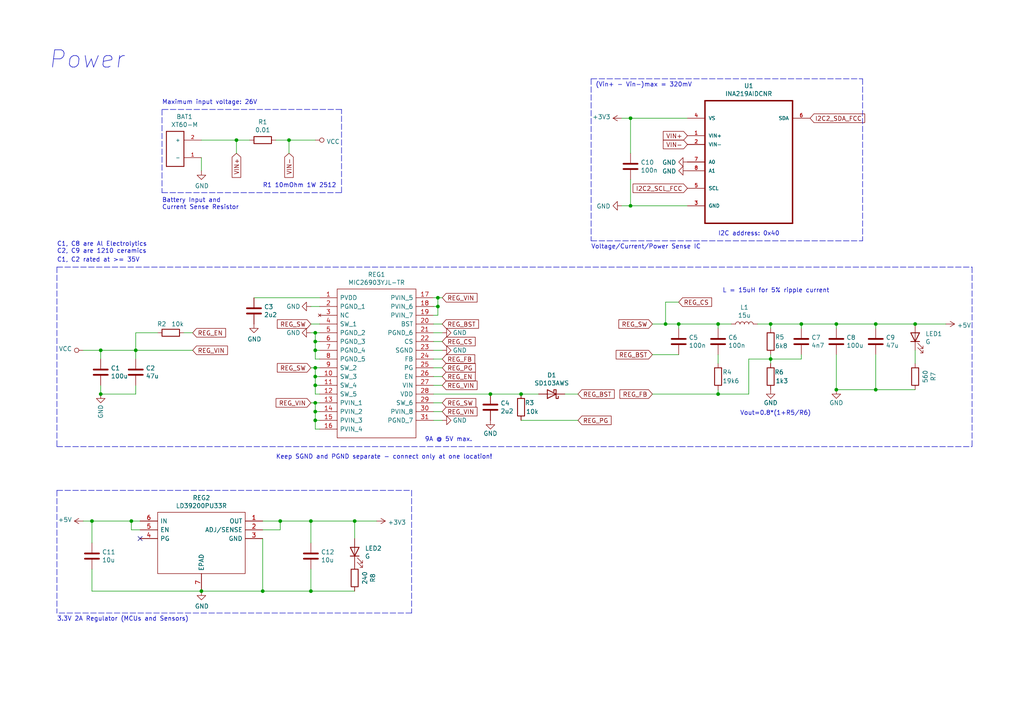
<source format=kicad_sch>
(kicad_sch (version 20231120) (generator "eeschema") (generator_version "8.0")
  (paper "A4")
  (title_block (title "Power") (date "2019-10-27") (rev "0.1") (company "Philip M. Salmony"))
  (lib_symbols
    (symbol "Device:C" (pin_numbers hide) (pin_names (offset 0.254))
      (property "Reference" "C" (at 0.635 2.54 0))
      (property "Value" "C" (at 0.635 -2.54 0))
      (symbol "C_0_1"
        (polyline (pts (xy -2.032 -0.762) (xy 2.032 -0.762)) (stroke (width 0.508)))
        (polyline (pts (xy -2.032 0.762) (xy 2.032 0.762)) (stroke (width 0.508)))
      )
      (symbol "C_1_1"
        (pin passive line (at 0 3.81 270) (length 2.794) (name "~") (number "1"))
        (pin passive line (at 0 -3.81 90) (length 2.794) (name "~") (number "2"))
      )
    )
    (symbol "Device:D_Schottky" (pin_numbers hide) (pin_names (offset 1.016) hide)
      (property "Reference" "D" (at 0 2.54 0))
      (property "Value" "D_Schottky" (at 0 -2.54 0))
      (symbol "D_Schottky_0_1"
        (polyline (pts (xy 1.27 0) (xy -1.27 0)))
        (polyline (pts (xy 1.27 1.27) (xy 1.27 -1.27) (xy -1.27 0) (xy 1.27 1.27)) (stroke (width 0.254)))
        (polyline (pts (xy -1.905 0.635) (xy -1.905 1.27) (xy -1.27 1.27) (xy -1.27 -1.27) (xy -0.635 -1.27) (xy -0.635 -0.635)) (stroke (width 0.254)))
      )
      (symbol "D_Schottky_1_1"
        (pin passive line (at -3.81 0 0) (length 2.54) (name "K") (number "1"))
        (pin passive line (at 3.81 0 180) (length 2.54) (name "A") (number "2"))
      )
    )
    (symbol "Device:L" (pin_numbers hide) (pin_names (offset 1.016) hide)
      (property "Reference" "L" (at -1.27 0 90))
      (property "Value" "L" (at 1.905 0 90))
      (symbol "L_0_1"
        (arc (start 0 -2.54) (mid 0.6323 -1.905) (end 0 -1.27))
        (arc (start 0 -1.27) (mid 0.6323 -0.635) (end 0 0))
        (arc (start 0 0) (mid 0.6323 0.635) (end 0 1.27))
        (arc (start 0 1.27) (mid 0.6323 1.905) (end 0 2.54))
      )
      (symbol "L_1_1"
        (pin passive line (at 0 3.81 270) (length 1.27) (name "1") (number "1"))
        (pin passive line (at 0 -3.81 90) (length 1.27) (name "2") (number "2"))
      )
    )
    (symbol "Device:LED" (pin_numbers hide) (pin_names (offset 1.016) hide)
      (property "Reference" "D" (at 0 2.54 0))
      (property "Value" "LED" (at 0 -2.54 0))
      (symbol "LED_0_1"
        (polyline (pts (xy -1.27 -1.27) (xy -1.27 1.27)) (stroke (width 0.254)))
        (polyline (pts (xy -1.27 0) (xy 1.27 0)))
        (polyline (pts (xy 1.27 -1.27) (xy 1.27 1.27) (xy -1.27 0) (xy 1.27 -1.27)) (stroke (width 0.254)))
        (polyline (pts (xy -3.048 -0.762) (xy -4.572 -2.286) (xy -3.81 -2.286) (xy -4.572 -2.286) (xy -4.572 -1.524)))
        (polyline (pts (xy -1.778 -0.762) (xy -3.302 -2.286) (xy -2.54 -2.286) (xy -3.302 -2.286) (xy -3.302 -1.524)))
      )
      (symbol "LED_1_1"
        (pin passive line (at -3.81 0 0) (length 2.54) (name "K") (number "1"))
        (pin passive line (at 3.81 0 180) (length 2.54) (name "A") (number "2"))
      )
    )
    (symbol "Device:R" (pin_numbers hide) (pin_names (offset 0))
      (property "Reference" "R" (at 2.032 0 90))
      (property "Value" "R" (at 0 0 90))
      (symbol "R_0_1"
        (rectangle (start -1.016 -2.54) (end 1.016 2.54) (stroke (width 0.254)))
      )
      (symbol "R_1_1"
        (pin passive line (at 0 3.81 270) (length 1.27) (name "~") (number "1"))
        (pin passive line (at 0 -3.81 90) (length 1.27) (name "~") (number "2"))
      )
    )
    (symbol "Hades-rescue:+3.3V-power" (power) (pin_names (offset 0))
      (property "Value" "power:+3.3V" (at 0 3.556 0))
      (symbol "+3.3V-power_0_1"
        (polyline (pts (xy -0.762 1.27) (xy 0 2.54)))
        (polyline (pts (xy 0 0) (xy 0 2.54)))
        (polyline (pts (xy 0 2.54) (xy 0.762 1.27)))
      )
      (symbol "+3.3V-power_1_1"
        (pin power_in line (at 0 0 90) (length 0) hide (name "+3V3") (number "1"))
      )
    )
    (symbol "Hades-rescue:+5V-power" (power) (pin_names (offset 0))
      (property "Value" "power:+5V" (at 0 3.556 0))
      (symbol "+5V-power_0_1"
        (polyline (pts (xy -0.762 1.27) (xy 0 2.54)))
        (polyline (pts (xy 0 0) (xy 0 2.54)))
        (polyline (pts (xy 0 2.54) (xy 0.762 1.27)))
      )
      (symbol "+5V-power_1_1"
        (pin power_in line (at 0 0 90) (length 0) hide (name "+5V") (number "1"))
      )
    )
    (symbol "Hades-rescue:GND-power" (power) (pin_names (offset 0))
      (property "Value" "power:GND" (at 0 -3.81 0))
      (symbol "GND-power_0_1"
        (polyline (pts (xy 0 0) (xy 0 -1.27) (xy 1.27 -1.27) (xy 0 -2.54) (xy -1.27 -1.27) (xy 0 -1.27)))
      )
      (symbol "GND-power_1_1"
        (pin power_in line (at 0 0 270) (length 0) hide (name "GND") (number "1"))
      )
    )
    (symbol "Hades-rescue:VCC-power" (power) (pin_names (offset 0))
      (property "Value" "power:VCC" (at 0 3.81 0))
      (symbol "VCC-power_0_1"
        (polyline (pts (xy 0 0) (xy 0 1.27)))
        (circle (center 0 1.905) (radius 0.635))
      )
      (symbol "VCC-power_1_1"
        (pin power_in line (at 0 0 90) (length 0) hide (name "VCC") (number "1"))
      )
    )
    (symbol "INA219AIDCNR:INA219AIDCNR" (pin_names (offset 1.016))
      (property "Reference" "U" (at -5.3594 19.304 0))
      (property "Value" "INA219AIDCNR" (at -4.7244 -25.8064 0))
      (symbol "INA219AIDCNR_0_0"
        (polyline (pts (xy -12.7 -20.32) (xy 12.7 -20.32)) (stroke (width 0.4064)))
        (polyline (pts (xy -12.7 15.24) (xy -12.7 -20.32)) (stroke (width 0.4064)))
        (polyline (pts (xy 12.7 -20.32) (xy 12.7 15.24)) (stroke (width 0.4064)))
        (polyline (pts (xy 12.7 15.24) (xy -12.7 15.24)) (stroke (width 0.4064)))
        (pin input line (at -17.78 5.08 0) (length 5.08) (name "VIN+") (number "1"))
        (pin input line (at -17.78 2.54 0) (length 5.08) (name "VIN-") (number "2"))
        (pin passive line (at -17.78 -15.24 0) (length 5.08) (name "GND") (number "3"))
        (pin power_in line (at -17.78 10.16 0) (length 5.08) (name "VS") (number "4"))
        (pin input line (at -17.78 -10.16 0) (length 5.08) (name "SCL") (number "5"))
        (pin bidirectional line (at 17.78 10.16 180) (length 5.08) (name "SDA") (number "6"))
        (pin input line (at -17.78 -2.54 0) (length 5.08) (name "A0") (number "7"))
        (pin input line (at -17.78 -5.08 0) (length 5.08) (name "A1") (number "8"))
      )
    )
    (symbol "LD39200PU33R:LD39200PU33R" (pin_names (offset 0.762))
      (property "Reference" "IC" (at 31.75 7.62 0))
      (property "Value" "LD39200PU33R" (at 31.75 5.08 0))
      (symbol "LD39200PU33R_0_0"
        (pin unspecified line (at 0 0 0) (length 5.08) (name "OUT") (number "1"))
        (pin unspecified line (at 0 -2.54 0) (length 5.08) (name "ADJ/SENSE") (number "2"))
        (pin unspecified line (at 0 -5.08 0) (length 5.08) (name "GND") (number "3"))
        (pin unspecified line (at 35.56 -5.08 180) (length 5.08) (name "PG") (number "4"))
        (pin unspecified line (at 35.56 -2.54 180) (length 5.08) (name "EN") (number "5"))
        (pin unspecified line (at 35.56 0 180) (length 5.08) (name "IN") (number "6"))
        (pin unspecified line (at 17.78 -20.32 90) (length 5.08) (name "EPAD") (number "7"))
      )
      (symbol "LD39200PU33R_0_1"
        (polyline (pts (xy 5.08 2.54) (xy 30.48 2.54) (xy 30.48 -15.24) (xy 5.08 -15.24) (xy 5.08 2.54)) (stroke (width 0.1524)))
      )
    )
    (symbol "MIC26903YJL-TR:MIC26903YJL-TR" (pin_names (offset 0.762))
      (property "Reference" "IC" (at 29.21 7.62 0))
      (property "Value" "MIC26903YJL-TR" (at 29.21 5.08 0))
      (symbol "MIC26903YJL-TR_0_0"
        (pin unspecified line (at 0 0 0) (length 5.08) (name "PVDD") (number "1"))
        (pin unspecified line (at 0 -22.86 0) (length 5.08) (name "SW_3") (number "10"))
        (pin unspecified line (at 0 -25.4 0) (length 5.08) (name "SW_4") (number "11"))
        (pin unspecified line (at 0 -27.94 0) (length 5.08) (name "SW_5") (number "12"))
        (pin unspecified line (at 0 -30.48 0) (length 5.08) (name "PVIN_1") (number "13"))
        (pin unspecified line (at 0 -33.02 0) (length 5.08) (name "PVIN_2") (number "14"))
        (pin unspecified line (at 0 -35.56 0) (length 5.08) (name "PVIN_3") (number "15"))
        (pin unspecified line (at 0 -38.1 0) (length 5.08) (name "PVIN_4") (number "16"))
        (pin unspecified line (at 33.02 0 180) (length 5.08) (name "PVIN_5") (number "17"))
        (pin unspecified line (at 33.02 -2.54 180) (length 5.08) (name "PVIN_6") (number "18"))
        (pin unspecified line (at 33.02 -5.08 180) (length 5.08) (name "PVIN_7") (number "19"))
        (pin unspecified line (at 0 -2.54 0) (length 5.08) (name "PGND_1") (number "2"))
        (pin unspecified line (at 33.02 -7.62 180) (length 5.08) (name "BST") (number "20"))
        (pin unspecified line (at 33.02 -10.16 180) (length 5.08) (name "PGND_6") (number "21"))
        (pin unspecified line (at 33.02 -12.7 180) (length 5.08) (name "CS") (number "22"))
        (pin unspecified line (at 33.02 -15.24 180) (length 5.08) (name "SGND") (number "23"))
        (pin unspecified line (at 33.02 -17.78 180) (length 5.08) (name "FB") (number "24"))
        (pin unspecified line (at 33.02 -20.32 180) (length 5.08) (name "PG") (number "25"))
        (pin unspecified line (at 33.02 -22.86 180) (length 5.08) (name "EN") (number "26"))
        (pin unspecified line (at 33.02 -25.4 180) (length 5.08) (name "VIN") (number "27"))
        (pin unspecified line (at 33.02 -27.94 180) (length 5.08) (name "VDD") (number "28"))
        (pin unspecified line (at 33.02 -30.48 180) (length 5.08) (name "SW_6") (number "29"))
        (pin no_connect line (at 0 -5.08 0) (length 5.08) (name "NC") (number "3"))
        (pin unspecified line (at 33.02 -33.02 180) (length 5.08) (name "PVIN_8") (number "30"))
        (pin unspecified line (at 33.02 -35.56 180) (length 5.08) (name "PGND_7") (number "31"))
        (pin unspecified line (at 0 -7.62 0) (length 5.08) (name "SW_1") (number "4"))
        (pin unspecified line (at 0 -10.16 0) (length 5.08) (name "PGND_2") (number "5"))
        (pin unspecified line (at 0 -12.7 0) (length 5.08) (name "PGND_3") (number "6"))
        (pin unspecified line (at 0 -15.24 0) (length 5.08) (name "PGND_4") (number "7"))
        (pin unspecified line (at 0 -17.78 0) (length 5.08) (name "PGND_5") (number "8"))
        (pin unspecified line (at 0 -20.32 0) (length 5.08) (name "SW_2") (number "9"))
      )
      (symbol "MIC26903YJL-TR_0_1"
        (polyline (pts (xy 5.08 2.54) (xy 27.94 2.54) (xy 27.94 -40.64) (xy 5.08 -40.64) (xy 5.08 2.54)) (stroke (width 0.1524)))
      )
    )
    (symbol "XT60-M:XT60-M" (pin_names (offset 1.016))
      (property "Reference" "J" (at -2.54 5.715 0))
      (property "Value" "XT60-M" (at -2.794 -6.35 0))
      (symbol "XT60-M_0_0"
        (polyline (pts (xy -2.54 -5.08) (xy -2.54 5.08)) (stroke (width 0.254)))
        (polyline (pts (xy -2.54 5.08) (xy 2.54 5.08)) (stroke (width 0.254)))
        (polyline (pts (xy 2.54 -5.08) (xy -2.54 -5.08)) (stroke (width 0.254)))
        (polyline (pts (xy 2.54 5.08) (xy 2.54 -5.08)) (stroke (width 0.254)))
        (pin passive line (at -7.62 2.54 0) (length 5.08) (name "-") (number "1"))
        (pin passive line (at -7.62 -2.54 0) (length 5.08) (name "+") (number "2"))
      )
    )
  )
  (junction (at 91.44 106.68))
  (junction (at 76.2 171.45))
  (junction (at 223.52 93.98))
  (junction (at 29.21 114.3))
  (junction (at 242.57 113.03))
  (junction (at 58.42 171.45))
  (junction (at 127 88.9))
  (junction (at 151.13 114.3))
  (junction (at 91.44 109.22))
  (junction (at 208.28 93.98))
  (junction (at 254 113.03))
  (junction (at 182.88 59.69))
  (junction (at 68.58 40.64))
  (junction (at 208.28 114.3))
  (junction (at 265.43 93.98))
  (junction (at 90.17 151.13))
  (junction (at 91.44 111.76))
  (junction (at 39.37 101.6))
  (junction (at 127 86.36))
  (junction (at 254 93.98))
  (junction (at 91.44 101.6))
  (junction (at 83.82 40.64))
  (junction (at 91.44 96.52))
  (junction (at 223.52 104.14))
  (junction (at 91.44 99.06))
  (junction (at 193.04 93.98))
  (junction (at 29.21 101.6))
  (junction (at 90.17 171.45))
  (junction (at 232.41 93.98))
  (junction (at 91.44 121.92))
  (junction (at 91.44 116.84))
  (junction (at 242.57 93.98))
  (junction (at 182.88 34.29))
  (junction (at 102.87 151.13))
  (junction (at 91.44 119.38))
  (junction (at 26.67 151.13))
  (junction (at 142.24 114.3))
  (junction (at 38.1 151.13))
  (junction (at 196.85 93.98))
  (junction (at 81.28 151.13))
  (no_connect (at 40.64 156.21))
  (wire (pts (xy 182.88 52.07) (xy 182.88 59.69)))
  (wire (pts (xy 182.88 34.29) (xy 182.88 44.45)))
  (wire (pts (xy 128.27 106.68) (xy 125.73 106.68)))
  (wire (pts (xy 217.17 114.3) (xy 217.17 104.14)))
  (wire (pts (xy 128.27 111.76) (xy 125.73 111.76)))
  (polyline (pts (xy 16.51 77.47) (xy 16.51 129.54)) (stroke (width 0) (type dash)))
  (wire (pts (xy 76.2 156.21) (xy 76.2 171.45)))
  (wire (pts (xy 81.28 153.67) (xy 81.28 151.13)))
  (wire (pts (xy 128.27 101.6) (xy 125.73 101.6)))
  (wire (pts (xy 90.17 151.13) (xy 102.87 151.13)))
  (wire (pts (xy 125.73 88.9) (xy 127 88.9)))
  (wire (pts (xy 180.34 59.69) (xy 182.88 59.69)))
  (wire (pts (xy 91.44 99.06) (xy 91.44 96.52)))
  (wire (pts (xy 167.64 114.3) (xy 163.83 114.3)))
  (wire (pts (xy 208.28 114.3) (xy 208.28 113.03)))
  (wire (pts (xy 39.37 101.6) (xy 29.21 101.6)))
  (wire (pts (xy 76.2 151.13) (xy 81.28 151.13)))
  (wire (pts (xy 29.21 101.6) (xy 29.21 104.14)))
  (wire (pts (xy 254 113.03) (xy 242.57 113.03)))
  (wire (pts (xy 68.58 40.64) (xy 58.42 40.64)))
  (wire (pts (xy 128.27 96.52) (xy 125.73 96.52)))
  (wire (pts (xy 90.17 106.68) (xy 91.44 106.68)))
  (wire (pts (xy 128.27 116.84) (xy 125.73 116.84)))
  (wire (pts (xy 193.04 93.98) (xy 196.85 93.98)))
  (wire (pts (xy 265.43 105.41) (xy 265.43 101.6)))
  (wire (pts (xy 90.17 151.13) (xy 90.17 157.48)))
  (polyline (pts (xy 250.19 22.86) (xy 250.19 69.85)) (stroke (width 0) (type dash)))
  (wire (pts (xy 76.2 153.67) (xy 81.28 153.67)))
  (wire (pts (xy 45.72 96.52) (xy 39.37 96.52)))
  (wire (pts (xy 83.82 44.45) (xy 83.82 40.64)))
  (wire (pts (xy 127 91.44) (xy 127 88.9)))
  (wire (pts (xy 208.28 95.25) (xy 208.28 93.98)))
  (polyline (pts (xy 16.51 77.47) (xy 281.94 77.47)) (stroke (width 0) (type dash)))
  (wire (pts (xy 208.28 93.98) (xy 212.09 93.98)))
  (wire (pts (xy 76.2 171.45) (xy 58.42 171.45)))
  (wire (pts (xy 102.87 156.21) (xy 102.87 151.13)))
  (polyline (pts (xy 171.45 69.85) (xy 250.19 69.85)) (stroke (width 0) (type dash)))
  (wire (pts (xy 125.73 91.44) (xy 127 91.44)))
  (wire (pts (xy 38.1 153.67) (xy 38.1 151.13)))
  (wire (pts (xy 58.42 49.53) (xy 58.42 45.72)))
  (wire (pts (xy 193.04 87.63) (xy 193.04 93.98)))
  (wire (pts (xy 68.58 44.45) (xy 68.58 40.64)))
  (wire (pts (xy 182.88 34.29) (xy 199.39 34.29)))
  (wire (pts (xy 109.22 151.13) (xy 102.87 151.13)))
  (polyline (pts (xy 171.45 22.86) (xy 171.45 69.85)) (stroke (width 0) (type dash)))
  (wire (pts (xy 39.37 96.52) (xy 39.37 101.6)))
  (wire (pts (xy 91.44 109.22) (xy 91.44 106.68)))
  (wire (pts (xy 208.28 105.41) (xy 208.28 102.87)))
  (wire (pts (xy 91.44 119.38) (xy 91.44 116.84)))
  (polyline (pts (xy 16.51 142.24) (xy 119.38 142.24)) (stroke (width 0) (type dash)))
  (wire (pts (xy 90.17 88.9) (xy 92.71 88.9)))
  (wire (pts (xy 55.88 96.52) (xy 53.34 96.52)))
  (wire (pts (xy 92.71 119.38) (xy 91.44 119.38)))
  (wire (pts (xy 254 93.98) (xy 242.57 93.98)))
  (wire (pts (xy 80.01 40.64) (xy 83.82 40.64)))
  (wire (pts (xy 219.71 93.98) (xy 223.52 93.98)))
  (wire (pts (xy 91.44 121.92) (xy 91.44 119.38)))
  (wire (pts (xy 91.44 116.84) (xy 92.71 116.84)))
  (wire (pts (xy 26.67 171.45) (xy 26.67 165.1)))
  (wire (pts (xy 90.17 171.45) (xy 76.2 171.45)))
  (wire (pts (xy 90.17 93.98) (xy 92.71 93.98)))
  (wire (pts (xy 196.85 93.98) (xy 208.28 93.98)))
  (wire (pts (xy 182.88 59.69) (xy 199.39 59.69)))
  (wire (pts (xy 151.13 114.3) (xy 142.24 114.3)))
  (wire (pts (xy 128.27 86.36) (xy 127 86.36)))
  (wire (pts (xy 39.37 101.6) (xy 55.88 101.6)))
  (wire (pts (xy 91.44 101.6) (xy 92.71 101.6)))
  (polyline (pts (xy 16.51 142.24) (xy 16.51 177.8)) (stroke (width 0) (type dash)))
  (wire (pts (xy 26.67 157.48) (xy 26.67 151.13)))
  (wire (pts (xy 91.44 111.76) (xy 91.44 109.22)))
  (wire (pts (xy 40.64 153.67) (xy 38.1 153.67)))
  (polyline (pts (xy 16.51 129.54) (xy 281.94 129.54)) (stroke (width 0) (type dash)))
  (wire (pts (xy 142.24 114.3) (xy 125.73 114.3)))
  (wire (pts (xy 217.17 104.14) (xy 223.52 104.14)))
  (wire (pts (xy 73.66 86.36) (xy 92.71 86.36)))
  (wire (pts (xy 26.67 151.13) (xy 38.1 151.13)))
  (polyline (pts (xy 281.94 77.47) (xy 281.94 129.54)) (stroke (width 0) (type dash)))
  (polyline (pts (xy 99.06 55.88) (xy 99.06 31.75)) (stroke (width 0) (type dash)))
  (wire (pts (xy 91.44 40.64) (xy 83.82 40.64)))
  (wire (pts (xy 128.27 109.22) (xy 125.73 109.22)))
  (polyline (pts (xy 46.99 55.88) (xy 99.06 55.88)) (stroke (width 0) (type dash)))
  (polyline (pts (xy 119.38 177.8) (xy 16.51 177.8)) (stroke (width 0) (type dash)))
  (polyline (pts (xy 46.99 31.75) (xy 46.99 55.88)) (stroke (width 0) (type dash)))
  (wire (pts (xy 92.71 111.76) (xy 91.44 111.76)))
  (wire (pts (xy 58.42 171.45) (xy 26.67 171.45)))
  (wire (pts (xy 232.41 104.14) (xy 223.52 104.14)))
  (wire (pts (xy 24.13 101.6) (xy 29.21 101.6)))
  (wire (pts (xy 128.27 121.92) (xy 125.73 121.92)))
  (wire (pts (xy 39.37 104.14) (xy 39.37 101.6)))
  (wire (pts (xy 180.34 34.29) (xy 182.88 34.29)))
  (wire (pts (xy 254 95.25) (xy 254 93.98)))
  (wire (pts (xy 265.43 93.98) (xy 254 93.98)))
  (wire (pts (xy 39.37 111.76) (xy 39.37 114.3)))
  (wire (pts (xy 223.52 104.14) (xy 223.52 102.87)))
  (wire (pts (xy 128.27 93.98) (xy 125.73 93.98)))
  (wire (pts (xy 128.27 99.06) (xy 125.73 99.06)))
  (wire (pts (xy 242.57 93.98) (xy 232.41 93.98)))
  (wire (pts (xy 91.44 101.6) (xy 91.44 99.06)))
  (wire (pts (xy 156.21 114.3) (xy 151.13 114.3)))
  (wire (pts (xy 91.44 99.06) (xy 92.71 99.06)))
  (wire (pts (xy 223.52 95.25) (xy 223.52 93.98)))
  (wire (pts (xy 92.71 114.3) (xy 91.44 114.3)))
  (wire (pts (xy 72.39 40.64) (xy 68.58 40.64)))
  (wire (pts (xy 90.17 165.1) (xy 90.17 171.45)))
  (wire (pts (xy 91.44 96.52) (xy 92.71 96.52)))
  (wire (pts (xy 254 102.87) (xy 254 113.03)))
  (wire (pts (xy 90.17 116.84) (xy 91.44 116.84)))
  (wire (pts (xy 242.57 95.25) (xy 242.57 93.98)))
  (wire (pts (xy 196.85 87.63) (xy 193.04 87.63)))
  (wire (pts (xy 90.17 96.52) (xy 91.44 96.52)))
  (polyline (pts (xy 171.45 22.86) (xy 250.19 22.86)) (stroke (width 0) (type dash)))
  (wire (pts (xy 92.71 121.92) (xy 91.44 121.92)))
  (wire (pts (xy 92.71 124.46) (xy 91.44 124.46)))
  (wire (pts (xy 232.41 93.98) (xy 223.52 93.98)))
  (wire (pts (xy 38.1 151.13) (xy 40.64 151.13)))
  (wire (pts (xy 81.28 151.13) (xy 90.17 151.13)))
  (wire (pts (xy 189.23 93.98) (xy 193.04 93.98)))
  (wire (pts (xy 128.27 119.38) (xy 125.73 119.38)))
  (wire (pts (xy 128.27 104.14) (xy 125.73 104.14)))
  (wire (pts (xy 232.41 102.87) (xy 232.41 104.14)))
  (wire (pts (xy 189.23 114.3) (xy 208.28 114.3)))
  (wire (pts (xy 91.44 124.46) (xy 91.44 121.92)))
  (wire (pts (xy 92.71 104.14) (xy 91.44 104.14)))
  (wire (pts (xy 196.85 93.98) (xy 196.85 95.25)))
  (wire (pts (xy 242.57 113.03) (xy 242.57 102.87)))
  (wire (pts (xy 92.71 109.22) (xy 91.44 109.22)))
  (wire (pts (xy 29.21 114.3) (xy 29.21 111.76)))
  (wire (pts (xy 24.13 151.13) (xy 26.67 151.13)))
  (wire (pts (xy 232.41 95.25) (xy 232.41 93.98)))
  (wire (pts (xy 91.44 106.68) (xy 92.71 106.68)))
  (wire (pts (xy 274.32 93.98) (xy 265.43 93.98)))
  (wire (pts (xy 39.37 114.3) (xy 29.21 114.3)))
  (wire (pts (xy 91.44 114.3) (xy 91.44 111.76)))
  (polyline (pts (xy 119.38 142.24) (xy 119.38 177.8)) (stroke (width 0) (type dash)))
  (polyline (pts (xy 99.06 31.75) (xy 46.99 31.75)) (stroke (width 0) (type dash)))
  (wire (pts (xy 189.23 102.87) (xy 196.85 102.87)))
  (wire (pts (xy 265.43 113.03) (xy 254 113.03)))
  (wire (pts (xy 208.28 114.3) (xy 217.17 114.3)))
  (wire (pts (xy 91.44 104.14) (xy 91.44 101.6)))
  (wire (pts (xy 167.64 121.92) (xy 151.13 121.92)))
  (wire (pts (xy 127 86.36) (xy 125.73 86.36)))
  (wire (pts (xy 127 88.9) (xy 127 86.36)))
  (wire (pts (xy 102.87 171.45) (xy 90.17 171.45)))
  (wire (pts (xy 223.52 105.41) (xy 223.52 104.14)))
  (text "R1 10mOhm 1W 2512" (at 76.2 54.61 0) (effects (font (size 1.27 1.27)) (justify left bottom)))
  (text "Maximum input voltage: 26V" (at 46.99 30.48 0) (effects (font (size 1.27 1.27)) (justify left bottom)))
  (text "Power" (at 13.97 20.32 0) (effects (font (size 5.0038 5.0038) (italic yes)) (justify left bottom)))
  (text "Battery Input and\nCurrent Sense Resistor" (at 46.99 60.96 0) (effects (font (size 1.27 1.27)) (justify left bottom)))
  (text "(Vin+ - Vin-)max = 320mV" (at 172.72 25.4 0) (effects (font (size 1.27 1.27)) (justify left bottom)))
  (text "Vout=0.8*(1+R5/R6)" (at 214.63 120.65 0) (effects (font (size 1.27 1.27)) (justify left bottom)))
  (text "C1, C2 rated at >= 35V" (at 16.51 76.2 0) (effects (font (size 1.27 1.27)) (justify left bottom)))
  (text "Keep SGND and PGND separate - connect only at one location!" (at 80.01 133.35 0) (effects (font (size 1.27 1.27)) (justify left bottom)))
  (text "L = 15uH for 5% ripple current" (at 209.55 85.09 0) (effects (font (size 1.27 1.27)) (justify left bottom)))
  (text "Voltage/Current/Power Sense IC" (at 171.45 72.39 0) (effects (font (size 1.27 1.27)) (justify left bottom)))
  (text "I2C address: 0x40" (at 208.28 68.58 0) (effects (font (size 1.27 1.27)) (justify left bottom)))
  (text "9A @ 5V max." (at 123.19 128.27 0) (effects (font (size 1.27 1.27)) (justify left bottom)))
  (text "3.3V 2A Regulator (MCUs and Sensors)" (at 16.51 180.34 0) (effects (font (size 1.27 1.27)) (justify left bottom)))
  (text "C1, C8 are Al Electrolytics\nC2, C9 are 1210 ceramics" (at 16.51 73.66 0) (effects (font (size 1.27 1.27)) (justify left bottom)))
  (global_label "REG_EN" (shape input) (at 128.27 109.22 0) (property "Intersheetrefs" "${INTERSHEET_REFS}" (effects (hide yes))))
  (global_label "REG_VIN" (shape input) (at 55.88 101.6 0) (property "Intersheetrefs" "${INTERSHEET_REFS}" (effects (hide yes))))
  (global_label "REG_VIN" (shape input) (at 128.27 86.36 0) (property "Intersheetrefs" "${INTERSHEET_REFS}" (effects (hide yes))))
  (global_label "REG_FB" (shape input) (at 189.23 114.3 180) (property "Intersheetrefs" "${INTERSHEET_REFS}" (effects (hide yes))))
  (global_label "REG_BST" (shape input) (at 189.23 102.87 180) (property "Intersheetrefs" "${INTERSHEET_REFS}" (effects (hide yes))))
  (global_label "I2C2_SCL_FCC" (shape input) (at 199.39 54.61 180) (property "Intersheetrefs" "${INTERSHEET_REFS}" (effects (hide yes))))
  (global_label "REG_VIN" (shape input) (at 128.27 111.76 0) (property "Intersheetrefs" "${INTERSHEET_REFS}" (effects (hide yes))))
  (global_label "REG_CS" (shape input) (at 196.85 87.63 0) (property "Intersheetrefs" "${INTERSHEET_REFS}" (effects (hide yes))))
  (global_label "REG_BST" (shape input) (at 167.64 114.3 0) (property "Intersheetrefs" "${INTERSHEET_REFS}" (effects (hide yes))))
  (global_label "I2C2_SDA_FCC" (shape input) (at 234.95 34.29 0) (property "Intersheetrefs" "${INTERSHEET_REFS}" (effects (hide yes))))
  (global_label "REG_PG" (shape input) (at 128.27 106.68 0) (property "Intersheetrefs" "${INTERSHEET_REFS}" (effects (hide yes))))
  (global_label "REG_SW" (shape input) (at 90.17 106.68 180) (property "Intersheetrefs" "${INTERSHEET_REFS}" (effects (hide yes))))
  (global_label "REG_SW" (shape input) (at 128.27 116.84 0) (property "Intersheetrefs" "${INTERSHEET_REFS}" (effects (hide yes))))
  (global_label "REG_VIN" (shape input) (at 128.27 119.38 0) (property "Intersheetrefs" "${INTERSHEET_REFS}" (effects (hide yes))))
  (global_label "REG_EN" (shape input) (at 55.88 96.52 0) (property "Intersheetrefs" "${INTERSHEET_REFS}" (effects (hide yes))))
  (global_label "REG_CS" (shape input) (at 128.27 99.06 0) (property "Intersheetrefs" "${INTERSHEET_REFS}" (effects (hide yes))))
  (global_label "REG_FB" (shape input) (at 128.27 104.14 0) (property "Intersheetrefs" "${INTERSHEET_REFS}" (effects (hide yes))))
  (global_label "REG_VIN" (shape input) (at 90.17 116.84 180) (property "Intersheetrefs" "${INTERSHEET_REFS}" (effects (hide yes))))
  (global_label "REG_SW" (shape input) (at 90.17 93.98 180) (property "Intersheetrefs" "${INTERSHEET_REFS}" (effects (hide yes))))
  (global_label "REG_SW" (shape input) (at 189.23 93.98 180) (property "Intersheetrefs" "${INTERSHEET_REFS}" (effects (hide yes))))
  (global_label "VIN+" (shape input) (at 199.39 39.37 180) (property "Intersheetrefs" "${INTERSHEET_REFS}" (effects (hide yes))))
  (global_label "VIN-" (shape input) (at 83.82 44.45 270) (property "Intersheetrefs" "${INTERSHEET_REFS}" (effects (hide yes))))
  (global_label "VIN+" (shape input) (at 68.58 44.45 270) (property "Intersheetrefs" "${INTERSHEET_REFS}" (effects (hide yes))))
  (global_label "REG_BST" (shape input) (at 128.27 93.98 0) (property "Intersheetrefs" "${INTERSHEET_REFS}" (effects (hide yes))))
  (global_label "VIN-" (shape input) (at 199.39 41.91 180) (property "Intersheetrefs" "${INTERSHEET_REFS}" (effects (hide yes))))
  (global_label "REG_PG" (shape input) (at 167.64 121.92 0) (property "Intersheetrefs" "${INTERSHEET_REFS}" (effects (hide yes))))
  (symbol (lib_id "Device:C") (at 73.66 90.17 0) (unit 1)
    (property "Reference" "C3" (at 76.581 89.0016 0) (effects (justify left)))
    (property "Value" "2u2" (at 76.581 91.313 0) (effects (justify left)))
    (property "Footprint" "Capacitor_SMD:C_0805_2012Metric" (effects (hide yes)))
  )
  (symbol (lib_id "Device:C") (at 26.67 161.29 0) (unit 1)
    (property "Reference" "C11" (at 29.591 160.1216 0) (effects (justify left)))
    (property "Value" "10u" (at 29.591 162.433 0) (effects (justify left)))
    (property "Footprint" "Capacitor_SMD:C_0603_1608Metric" (effects (hide yes)))
  )
  (symbol (lib_id "Device:C") (at 90.17 161.29 0) (unit 1)
    (property "Reference" "C12" (at 93.091 160.1216 0) (effects (justify left)))
    (property "Value" "10u" (at 93.091 162.433 0) (effects (justify left)))
    (property "Footprint" "Capacitor_SMD:C_0603_1608Metric" (effects (hide yes)))
  )
  (symbol (lib_id "Hades-rescue:+3.3V-power") (at 109.22 151.13 270) (unit 1)
    (property "Reference" "#PWR064" (effects (hide yes)))
    (property "Value" "+3V3" (at 112.4712 151.511 90) (effects (justify left)))
  )
  (symbol (lib_id "Hades-rescue:GND-power") (at 58.42 49.53 0) (unit 1)
    (property "Reference" "#PWR06" (effects (hide yes)))
    (property "Value" "GND" (at 58.547 53.9242 0))
  )
  (symbol (lib_id "Device:R") (at 76.2 40.64 270) (unit 1)
    (property "Reference" "R1" (at 76.2 35.3822 90))
    (property "Value" "0.01" (at 76.2 37.6936 90))
    (property "Footprint" "Resistor_SMD:R_2512_6332Metric" (effects (hide yes)))
  )
  (symbol (lib_name "INA219AIDCNR:INA219AIDCNR") (lib_id "INA219AIDCNR:INA219AIDCNR") (at 217.17 44.45 0) (unit 1)
    (property "Reference" "U1" (at 217.17 24.892 0))
    (property "Value" "INA219AIDCNR" (at 217.17 27.2034 0))
    (property "Footprint" "INA219AIDCNR:SOT65P280X145-8N" (effects (hide yes)))
    (property "Field4" "26-V, Bi-Directional, Zero-Drift, High-Side, I2C Out Current/Power Monitor 8-SOT-23 -40 to 125" (effects (hide yes)))
    (property "Field5" "Texas Instruments" (effects (hide yes)))
    (property "Field6" "SOT-23 Texas Instruments" (effects (hide yes)))
    (property "Field7" "None" (effects (hide yes)))
    (property "Field8" "INA219AIDCNR" (effects (hide yes)))
  )
  (symbol (lib_name "XT60-M:XT60-M") (lib_id "XT60-M:XT60-M") (at 50.8 43.18 180) (unit 1)
    (property "Reference" "BAT1" (at 53.5178 33.8582 0))
    (property "Value" "XT60-M" (at 53.5178 36.1696 0))
    (property "Footprint" "XT60-M:AMASS_XT60-M" (effects (hide yes)))
    (property "Field4" "None" (effects (hide yes)))
    (property "Field5" "XT60-M" (effects (hide yes)))
    (property "Field6" "Unavailable" (effects (hide yes)))
    (property "Field7" "AMASS" (effects (hide yes)))
  )
  (symbol (lib_id "Hades-rescue:+3.3V-power") (at 180.34 34.29 90) (unit 1)
    (property "Reference" "#PWR04" (effects (hide yes)))
    (property "Value" "+3V3" (at 177.0888 33.909 90) (effects (justify left)))
  )
  (symbol (lib_id "Device:LED") (at 102.87 160.02 90) (unit 1)
    (property "Reference" "LED2" (at 105.8418 159.0548 90) (effects (justify right)))
    (property "Value" "G" (at 105.8418 161.3662 90) (effects (justify right)))
    (property "Footprint" "LED_SMD:LED_0603_1608Metric" (effects (hide yes)))
  )
  (symbol (lib_id "Device:C") (at 182.88 48.26 0) (unit 1)
    (property "Reference" "C10" (at 185.801 47.0916 0) (effects (justify left)))
    (property "Value" "100n" (at 185.801 49.403 0) (effects (justify left)))
    (property "Footprint" "Capacitor_SMD:C_0402_1005Metric" (effects (hide yes)))
  )
  (symbol (lib_id "Hades-rescue:GND-power") (at 180.34 59.69 270) (unit 1)
    (property "Reference" "#PWR05" (effects (hide yes)))
    (property "Value" "GND" (at 177.0888 59.817 90) (effects (justify right)))
  )
  (symbol (lib_id "Device:R") (at 102.87 167.64 180) (unit 1)
    (property "Reference" "R8" (at 108.1278 167.64 90))
    (property "Value" "240" (at 105.8164 167.64 90))
    (property "Footprint" "Resistor_SMD:R_0603_1608Metric" (effects (hide yes)))
  )
  (symbol (lib_id "Hades-rescue:GND-power") (at 199.39 46.99 270) (unit 1)
    (property "Reference" "#PWR010" (effects (hide yes)))
    (property "Value" "GND" (at 196.1388 47.117 90) (effects (justify right)))
  )
  (symbol (lib_id "Hades-rescue:GND-power") (at 199.39 49.53 270) (unit 1)
    (property "Reference" "#PWR011" (effects (hide yes)))
    (property "Value" "GND" (at 196.1388 49.657 90) (effects (justify right)))
  )
  (symbol (lib_id "Hades-rescue:+5V-power") (at 274.32 93.98 270) (unit 1)
    (property "Reference" "#PWR029" (effects (hide yes)))
    (property "Value" "+5V" (at 277.5712 94.361 90) (effects (justify left)))
  )
  (symbol (lib_id "Hades-rescue:VCC-power") (at 91.44 40.64 270) (unit 1)
    (property "Reference" "#PWR09" (effects (hide yes)))
    (property "Value" "VCC" (at 94.6912 41.0718 90) (effects (justify left)))
  )
  (symbol (lib_id "Hades-rescue:+5V-power") (at 24.13 151.13 90) (unit 1)
    (property "Reference" "#PWR017" (effects (hide yes)))
    (property "Value" "+5V" (at 20.8788 150.749 90) (effects (justify left)))
  )
  (symbol (lib_id "Device:C") (at 29.21 107.95 0) (unit 1)
    (property "Reference" "C1" (at 32.131 106.7816 0) (effects (justify left)))
    (property "Value" "100u" (at 32.131 109.093 0) (effects (justify left)))
    (property "Footprint" "Capacitor_SMD:C_Elec_6.3x7.7" (effects (hide yes)))
  )
  (symbol (lib_id "Device:C") (at 39.37 107.95 0) (unit 1)
    (property "Reference" "C2" (at 42.291 106.7816 0) (effects (justify left)))
    (property "Value" "47u" (at 42.291 109.093 0) (effects (justify left)))
    (property "Footprint" "Capacitor_SMD:C_1210_3225Metric" (effects (hide yes)))
  )
  (symbol (lib_id "Device:R") (at 223.52 99.06 0) (unit 1)
    (property "Reference" "R5" (at 224.79 97.79 0) (effects (justify left)))
    (property "Value" "6k8" (at 224.79 100.33 0) (effects (justify left)))
    (property "Footprint" "Resistor_SMD:R_0805_2012Metric" (effects (hide yes)))
  )
  (symbol (lib_id "Device:C") (at 196.85 99.06 0) (unit 1)
    (property "Reference" "C5" (at 199.771 97.8916 0) (effects (justify left)))
    (property "Value" "100n" (at 199.771 100.203 0) (effects (justify left)))
    (property "Footprint" "Capacitor_SMD:C_0805_2012Metric" (effects (hide yes)))
  )
  (symbol (lib_id "Device:C") (at 232.41 99.06 0) (unit 1)
    (property "Reference" "C7" (at 235.331 97.8916 0) (effects (justify left)))
    (property "Value" "4n7" (at 235.331 100.203 0) (effects (justify left)))
    (property "Footprint" "Capacitor_SMD:C_0805_2012Metric" (effects (hide yes)))
  )
  (symbol (lib_id "Device:C") (at 142.24 118.11 0) (unit 1)
    (property "Reference" "C4" (at 145.161 116.9416 0) (effects (justify left)))
    (property "Value" "2u2" (at 145.161 119.253 0) (effects (justify left)))
    (property "Footprint" "Capacitor_SMD:C_0805_2012Metric" (effects (hide yes)))
  )
  (symbol (lib_id "MIC26903YJL-TR:MIC26903YJL-TR") (at 92.71 86.36 0) (unit 1)
    (property "Reference" "REG1" (at 109.22 79.629 0))
    (property "Value" "MIC26903YJL-TR" (at 109.22 81.9404 0))
    (property "Footprint" "MIC26903YJL-TR:MIC24054YJLTR" (effects (hide yes)))
    (property "Datasheet" "http://www.mouser.com/datasheet/2/268/MIC26903-778571.pdf" (effects (hide yes)))
    (property "Description" "Switching Voltage Regulators 28V, 9A HyperLight Load  Synchronous DC/DC Buck Regulator SuperSwitcher IIG" (effects (hide yes)))
    (property "Height" "2" (effects (hide yes)))
    (property "Manufacturer_Name" "Micrel" (effects (hide yes)))
    (property "Manufacturer_Part_Number" "MIC26903YJL-TR" (effects (hide yes)))
    (property "Mouser Part Number" "998-MIC26903YJLTR" (effects (hide yes)))
    (property "Mouser Price/Stock" "https://www.mouser.com/Search/Refine.aspx?Keyword=998-MIC26903YJLTR" (effects (hide yes)))
  )
  (symbol (lib_id "Hades-rescue:GND-power") (at 73.66 93.98 0) (unit 1)
    (property "Reference" "#PWR03" (effects (hide yes)))
    (property "Value" "GND" (at 73.787 98.3742 0))
  )
  (symbol (lib_id "LD39200PU33R:LD39200PU33R") (at 76.2 151.13 0) (mirror y) (unit 1)
    (property "Reference" "REG2" (at 58.42 144.399 0))
    (property "Value" "LD39200PU33R" (at 58.42 146.7104 0))
    (property "Footprint" "LD39200PU33R:SON95P300X300X100-7N-D" (effects (hide yes)))
    (property "Datasheet" "https://www.st.com/resource/en/datasheet/ld39200.pdf" (effects (hide yes)))
    (property "Description" "LDO Voltage Regulators 2 A high PSRR ultra low drop linear regulator with reverse current protection" (effects (hide yes)))
    (property "Height" "1" (effects (hide yes)))
    (property "Manufacturer_Name" "STMicroelectronics" (effects (hide yes)))
    (property "Manufacturer_Part_Number" "LD39200PU33R" (effects (hide yes)))
    (property "Mouser Part Number" "511-LD39200PU33R" (effects (hide yes)))
    (property "Mouser Price/Stock" "https://www.mouser.com/Search/Refine.aspx?Keyword=511-LD39200PU33R" (effects (hide yes)))
  )
  (symbol (lib_id "Hades-rescue:GND-power") (at 90.17 88.9 270) (unit 1)
    (property "Reference" "#PWR07" (effects (hide yes)))
    (property "Value" "GND" (at 85.09 88.9 90))
  )
  (symbol (lib_id "Hades-rescue:GND-power") (at 90.17 96.52 270) (unit 1)
    (property "Reference" "#PWR08" (effects (hide yes)))
    (property "Value" "GND" (at 85.09 96.52 90))
  )
  (symbol (lib_id "Hades-rescue:GND-power") (at 128.27 96.52 90) (unit 1)
    (property "Reference" "#PWR012" (effects (hide yes)))
    (property "Value" "GND" (at 133.35 96.52 90))
  )
  (symbol (lib_id "Hades-rescue:GND-power") (at 128.27 121.92 90) (unit 1)
    (property "Reference" "#PWR014" (effects (hide yes)))
    (property "Value" "GND" (at 133.35 121.92 90))
  )
  (symbol (lib_id "Hades-rescue:GND-power") (at 29.21 114.3 0) (unit 1)
    (property "Reference" "#PWR02" (effects (hide yes)))
    (property "Value" "GND" (at 29.21 119.38 90))
  )
  (symbol (lib_id "Device:D_Schottky") (at 160.02 114.3 180) (unit 1)
    (property "Reference" "D1" (at 160.02 108.8136 0))
    (property "Value" "SD103AWS" (at 160.02 111.125 0))
    (property "Footprint" "Diode_SMD:D_SOD-323" (effects (hide yes)))
  )
  (symbol (lib_id "Hades-rescue:GND-power") (at 142.24 121.92 0) (unit 1)
    (property "Reference" "#PWR015" (effects (hide yes)))
    (property "Value" "GND" (at 142.24 125.73 0))
  )
  (symbol (lib_id "Hades-rescue:GND-power") (at 58.42 171.45 0) (unit 1)
    (property "Reference" "#PWR020" (effects (hide yes)))
    (property "Value" "GND" (at 58.547 175.8442 0))
  )
  (symbol (lib_id "Device:R") (at 49.53 96.52 90) (unit 1)
    (property "Reference" "R2" (at 48.26 93.98 90) (effects (justify left)))
    (property "Value" "10k" (at 53.34 93.98 90) (effects (justify left)))
    (property "Footprint" "Resistor_SMD:R_0805_2012Metric" (effects (hide yes)))
  )
  (symbol (lib_id "Hades-rescue:VCC-power") (at 24.13 101.6 90) (unit 1)
    (property "Reference" "#PWR01" (effects (hide yes)))
    (property "Value" "VCC" (at 20.8788 101.1682 90) (effects (justify left)))
  )
  (symbol (lib_id "Hades-rescue:GND-power") (at 128.27 101.6 90) (unit 1)
    (property "Reference" "#PWR013" (effects (hide yes)))
    (property "Value" "GND" (at 133.35 101.6 90))
  )
  (symbol (lib_id "Device:L") (at 215.9 93.98 90) (unit 1)
    (property "Reference" "L1" (at 215.9 89.154 90))
    (property "Value" "15u" (at 215.9 91.4654 90))
    (property "Footprint" "SRP1265A-150M:INDPM135125X650N" (effects (hide yes)))
  )
  (symbol (lib_id "Device:LED") (at 265.43 97.79 90) (unit 1)
    (property "Reference" "LED1" (at 268.4018 96.8248 90) (effects (justify right)))
    (property "Value" "G" (at 268.4018 99.1362 90) (effects (justify right)))
    (property "Footprint" "LED_SMD:LED_0603_1608Metric" (effects (hide yes)))
  )
  (symbol (lib_id "Hades-rescue:GND-power") (at 223.52 113.03 0) (unit 1)
    (property "Reference" "#PWR016" (effects (hide yes)))
    (property "Value" "GND" (at 223.52 116.84 0))
  )
  (symbol (lib_id "Device:R") (at 265.43 109.22 180) (unit 1)
    (property "Reference" "R7" (at 270.6878 109.22 90))
    (property "Value" "560" (at 268.3764 109.22 90))
    (property "Footprint" "Resistor_SMD:R_0603_1608Metric" (effects (hide yes)))
  )
  (symbol (lib_id "Device:C") (at 208.28 99.06 0) (unit 1)
    (property "Reference" "C6" (at 211.201 97.8916 0) (effects (justify left)))
    (property "Value" "100n" (at 211.201 100.203 0) (effects (justify left)))
    (property "Footprint" "Capacitor_SMD:C_0805_2012Metric" (effects (hide yes)))
  )
  (symbol (lib_id "Device:R") (at 208.28 109.22 0) (unit 1)
    (property "Reference" "R4" (at 209.55 107.95 0) (effects (justify left)))
    (property "Value" "19k6" (at 209.55 110.49 0) (effects (justify left)))
    (property "Footprint" "Resistor_SMD:R_0805_2012Metric" (effects (hide yes)))
  )
  (symbol (lib_id "Device:C") (at 242.57 99.06 0) (unit 1)
    (property "Reference" "C8" (at 245.491 97.8916 0) (effects (justify left)))
    (property "Value" "100u" (at 245.491 100.203 0) (effects (justify left)))
    (property "Footprint" "Capacitor_SMD:C_Elec_6.3x7.7" (effects (hide yes)))
  )
  (symbol (lib_id "Hades-rescue:GND-power") (at 242.57 113.03 0) (unit 1)
    (property "Reference" "#PWR018" (effects (hide yes)))
    (property "Value" "GND" (at 242.57 116.84 0))
  )
  (symbol (lib_id "Device:C") (at 254 99.06 0) (unit 1)
    (property "Reference" "C9" (at 256.921 97.8916 0) (effects (justify left)))
    (property "Value" "47u" (at 256.921 100.203 0) (effects (justify left)))
    (property "Footprint" "Capacitor_SMD:C_1210_3225Metric" (effects (hide yes)))
  )
  (symbol (lib_id "Device:R") (at 223.52 109.22 180) (unit 1)
    (property "Reference" "R6" (at 227.33 107.95 0) (effects (justify left)))
    (property "Value" "1k3" (at 228.6 110.49 0) (effects (justify left)))
    (property "Footprint" "Resistor_SMD:R_0805_2012Metric" (effects (hide yes)))
  )
  (symbol (lib_id "Device:R") (at 151.13 118.11 180) (unit 1)
    (property "Reference" "R3" (at 154.94 116.84 0) (effects (justify left)))
    (property "Value" "10k" (at 156.21 119.38 0) (effects (justify left)))
    (property "Footprint" "Resistor_SMD:R_0805_2012Metric" (effects (hide yes)))
  )
  (sheet (at 81.28 247.65) (size 44.45 16.51)
    (property "Sheetname" "FlightControlComputer" (at 81.28 246.9384 0) (effects (justify left bottom)))
    (property "Sheetfile" "FCC.kicad_sch" (at 81.28 264.7446 0) (effects (justify left top)))
  )
  (sheet (at 128.27 270.51) (size 46.99 16.51)
    (property "Sheetname" "NAVCPeripherals" (at 128.27 269.7984 0) (effects (justify left bottom)))
    (property "Sheetfile" "NAVCPeripherals.kicad_sch" (at 128.27 287.6046 0) (effects (justify left top)))
  )
  (sheet (at 81.28 293.37) (size 44.45 16.51)
    (property "Sheetname" "Connections" (at 81.28 292.6584 0) (effects (justify left bottom)))
    (property "Sheetfile" "Connections.kicad_sch" (at 81.28 310.4646 0) (effects (justify left top)))
  )
  (sheet (at 128.27 247.65) (size 46.99 16.51)
    (property "Sheetname" "FCCPeripherals" (at 128.27 246.9384 0) (effects (justify left bottom)))
    (property "Sheetfile" "FCCPeripherals.kicad_sch" (at 128.27 264.7446 0) (effects (justify left top)))
  )
  (sheet (at 81.28 270.51) (size 44.45 16.51)
    (property "Sheetname" "NavigationComputer" (at 81.28 269.7984 0) (effects (justify left bottom)))
    (property "Sheetfile" "NAVC.kicad_sch" (at 81.28 287.6046 0) (effects (justify left top)))
  )
)
</source>
